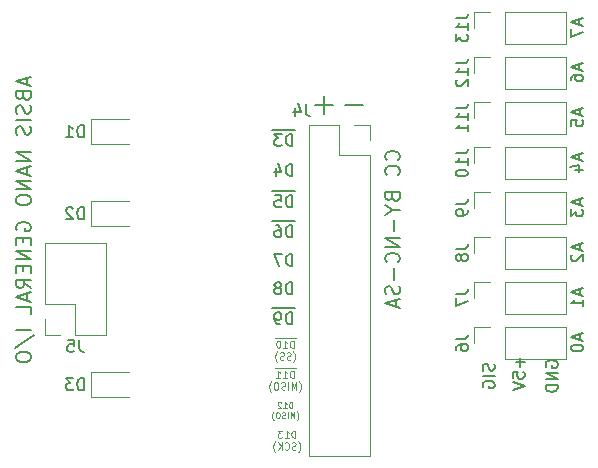
<source format=gbo>
G04 #@! TF.GenerationSoftware,KiCad,Pcbnew,(5.0.0)*
G04 #@! TF.CreationDate,2018-10-06T14:04:22-07:00*
G04 #@! TF.ProjectId,NANO IO,4E414E4F20494F2E6B696361645F7063,-*
G04 #@! TF.SameCoordinates,Original*
G04 #@! TF.FileFunction,Legend,Bot*
G04 #@! TF.FilePolarity,Positive*
%FSLAX46Y46*%
G04 Gerber Fmt 4.6, Leading zero omitted, Abs format (unit mm)*
G04 Created by KiCad (PCBNEW (5.0.0)) date 10/06/18 14:04:22*
%MOMM*%
%LPD*%
G01*
G04 APERTURE LIST*
%ADD10C,0.100000*%
%ADD11C,0.200000*%
%ADD12C,0.150000*%
%ADD13C,0.120000*%
G04 APERTURE END LIST*
D10*
X151239428Y-102443000D02*
X150639428Y-102443000D01*
X151096571Y-103276428D02*
X151096571Y-102676428D01*
X150953714Y-102676428D01*
X150868000Y-102705000D01*
X150810857Y-102762142D01*
X150782285Y-102819285D01*
X150753714Y-102933571D01*
X150753714Y-103019285D01*
X150782285Y-103133571D01*
X150810857Y-103190714D01*
X150868000Y-103247857D01*
X150953714Y-103276428D01*
X151096571Y-103276428D01*
X150639428Y-102443000D02*
X150068000Y-102443000D01*
X150182285Y-103276428D02*
X150525142Y-103276428D01*
X150353714Y-103276428D02*
X150353714Y-102676428D01*
X150410857Y-102762142D01*
X150468000Y-102819285D01*
X150525142Y-102847857D01*
X150068000Y-102443000D02*
X149496571Y-102443000D01*
X149610857Y-103276428D02*
X149953714Y-103276428D01*
X149782285Y-103276428D02*
X149782285Y-102676428D01*
X149839428Y-102762142D01*
X149896571Y-102819285D01*
X149953714Y-102847857D01*
X151539428Y-104505000D02*
X151568000Y-104476428D01*
X151625142Y-104390714D01*
X151653714Y-104333571D01*
X151682285Y-104247857D01*
X151710857Y-104105000D01*
X151710857Y-103990714D01*
X151682285Y-103847857D01*
X151653714Y-103762142D01*
X151625142Y-103705000D01*
X151568000Y-103619285D01*
X151539428Y-103590714D01*
X151310857Y-104276428D02*
X151310857Y-103676428D01*
X151110857Y-104105000D01*
X150910857Y-103676428D01*
X150910857Y-104276428D01*
X150625142Y-104276428D02*
X150625142Y-103676428D01*
X150368000Y-104247857D02*
X150282285Y-104276428D01*
X150139428Y-104276428D01*
X150082285Y-104247857D01*
X150053714Y-104219285D01*
X150025142Y-104162142D01*
X150025142Y-104105000D01*
X150053714Y-104047857D01*
X150082285Y-104019285D01*
X150139428Y-103990714D01*
X150253714Y-103962142D01*
X150310857Y-103933571D01*
X150339428Y-103905000D01*
X150368000Y-103847857D01*
X150368000Y-103790714D01*
X150339428Y-103733571D01*
X150310857Y-103705000D01*
X150253714Y-103676428D01*
X150110857Y-103676428D01*
X150025142Y-103705000D01*
X149653714Y-103676428D02*
X149539428Y-103676428D01*
X149482285Y-103705000D01*
X149425142Y-103762142D01*
X149396571Y-103876428D01*
X149396571Y-104076428D01*
X149425142Y-104190714D01*
X149482285Y-104247857D01*
X149539428Y-104276428D01*
X149653714Y-104276428D01*
X149710857Y-104247857D01*
X149768000Y-104190714D01*
X149796571Y-104076428D01*
X149796571Y-103876428D01*
X149768000Y-103762142D01*
X149710857Y-103705000D01*
X149653714Y-103676428D01*
X149196571Y-104505000D02*
X149168000Y-104476428D01*
X149110857Y-104390714D01*
X149082285Y-104333571D01*
X149053714Y-104247857D01*
X149025142Y-104105000D01*
X149025142Y-103990714D01*
X149053714Y-103847857D01*
X149082285Y-103762142D01*
X149110857Y-103705000D01*
X149168000Y-103619285D01*
X149196571Y-103590714D01*
D11*
X159958428Y-84844666D02*
X160017952Y-84785142D01*
X160077476Y-84606571D01*
X160077476Y-84487523D01*
X160017952Y-84308952D01*
X159898904Y-84189904D01*
X159779857Y-84130380D01*
X159541761Y-84070857D01*
X159363190Y-84070857D01*
X159125095Y-84130380D01*
X159006047Y-84189904D01*
X158887000Y-84308952D01*
X158827476Y-84487523D01*
X158827476Y-84606571D01*
X158887000Y-84785142D01*
X158946523Y-84844666D01*
X159958428Y-86094666D02*
X160017952Y-86035142D01*
X160077476Y-85856571D01*
X160077476Y-85737523D01*
X160017952Y-85558952D01*
X159898904Y-85439904D01*
X159779857Y-85380380D01*
X159541761Y-85320857D01*
X159363190Y-85320857D01*
X159125095Y-85380380D01*
X159006047Y-85439904D01*
X158887000Y-85558952D01*
X158827476Y-85737523D01*
X158827476Y-85856571D01*
X158887000Y-86035142D01*
X158946523Y-86094666D01*
X159422714Y-87999428D02*
X159482238Y-88178000D01*
X159541761Y-88237523D01*
X159660809Y-88297047D01*
X159839380Y-88297047D01*
X159958428Y-88237523D01*
X160017952Y-88178000D01*
X160077476Y-88058952D01*
X160077476Y-87582761D01*
X158827476Y-87582761D01*
X158827476Y-87999428D01*
X158887000Y-88118476D01*
X158946523Y-88178000D01*
X159065571Y-88237523D01*
X159184619Y-88237523D01*
X159303666Y-88178000D01*
X159363190Y-88118476D01*
X159422714Y-87999428D01*
X159422714Y-87582761D01*
X159482238Y-89070857D02*
X160077476Y-89070857D01*
X158827476Y-88654190D02*
X159482238Y-89070857D01*
X158827476Y-89487523D01*
X159601285Y-89904190D02*
X159601285Y-90856571D01*
X160077476Y-91451809D02*
X158827476Y-91451809D01*
X160077476Y-92166095D01*
X158827476Y-92166095D01*
X159958428Y-93475619D02*
X160017952Y-93416095D01*
X160077476Y-93237523D01*
X160077476Y-93118476D01*
X160017952Y-92939904D01*
X159898904Y-92820857D01*
X159779857Y-92761333D01*
X159541761Y-92701809D01*
X159363190Y-92701809D01*
X159125095Y-92761333D01*
X159006047Y-92820857D01*
X158887000Y-92939904D01*
X158827476Y-93118476D01*
X158827476Y-93237523D01*
X158887000Y-93416095D01*
X158946523Y-93475619D01*
X159601285Y-94011333D02*
X159601285Y-94963714D01*
X160017952Y-95499428D02*
X160077476Y-95678000D01*
X160077476Y-95975619D01*
X160017952Y-96094666D01*
X159958428Y-96154190D01*
X159839380Y-96213714D01*
X159720333Y-96213714D01*
X159601285Y-96154190D01*
X159541761Y-96094666D01*
X159482238Y-95975619D01*
X159422714Y-95737523D01*
X159363190Y-95618476D01*
X159303666Y-95558952D01*
X159184619Y-95499428D01*
X159065571Y-95499428D01*
X158946523Y-95558952D01*
X158887000Y-95618476D01*
X158827476Y-95737523D01*
X158827476Y-96035142D01*
X158887000Y-96213714D01*
X159720333Y-96689904D02*
X159720333Y-97285142D01*
X160077476Y-96570857D02*
X158827476Y-96987523D01*
X160077476Y-97404190D01*
X128478333Y-77892190D02*
X128478333Y-78487428D01*
X128835476Y-77773142D02*
X127585476Y-78189809D01*
X128835476Y-78606476D01*
X128180714Y-79439809D02*
X128240238Y-79618380D01*
X128299761Y-79677904D01*
X128418809Y-79737428D01*
X128597380Y-79737428D01*
X128716428Y-79677904D01*
X128775952Y-79618380D01*
X128835476Y-79499333D01*
X128835476Y-79023142D01*
X127585476Y-79023142D01*
X127585476Y-79439809D01*
X127645000Y-79558857D01*
X127704523Y-79618380D01*
X127823571Y-79677904D01*
X127942619Y-79677904D01*
X128061666Y-79618380D01*
X128121190Y-79558857D01*
X128180714Y-79439809D01*
X128180714Y-79023142D01*
X128775952Y-80213619D02*
X128835476Y-80392190D01*
X128835476Y-80689809D01*
X128775952Y-80808857D01*
X128716428Y-80868380D01*
X128597380Y-80927904D01*
X128478333Y-80927904D01*
X128359285Y-80868380D01*
X128299761Y-80808857D01*
X128240238Y-80689809D01*
X128180714Y-80451714D01*
X128121190Y-80332666D01*
X128061666Y-80273142D01*
X127942619Y-80213619D01*
X127823571Y-80213619D01*
X127704523Y-80273142D01*
X127645000Y-80332666D01*
X127585476Y-80451714D01*
X127585476Y-80749333D01*
X127645000Y-80927904D01*
X128835476Y-81463619D02*
X127585476Y-81463619D01*
X128775952Y-81999333D02*
X128835476Y-82177904D01*
X128835476Y-82475523D01*
X128775952Y-82594571D01*
X128716428Y-82654095D01*
X128597380Y-82713619D01*
X128478333Y-82713619D01*
X128359285Y-82654095D01*
X128299761Y-82594571D01*
X128240238Y-82475523D01*
X128180714Y-82237428D01*
X128121190Y-82118380D01*
X128061666Y-82058857D01*
X127942619Y-81999333D01*
X127823571Y-81999333D01*
X127704523Y-82058857D01*
X127645000Y-82118380D01*
X127585476Y-82237428D01*
X127585476Y-82535047D01*
X127645000Y-82713619D01*
X128835476Y-84201714D02*
X127585476Y-84201714D01*
X128835476Y-84916000D01*
X127585476Y-84916000D01*
X128478333Y-85451714D02*
X128478333Y-86046952D01*
X128835476Y-85332666D02*
X127585476Y-85749333D01*
X128835476Y-86166000D01*
X128835476Y-86582666D02*
X127585476Y-86582666D01*
X128835476Y-87296952D01*
X127585476Y-87296952D01*
X127585476Y-88130285D02*
X127585476Y-88368380D01*
X127645000Y-88487428D01*
X127764047Y-88606476D01*
X128002142Y-88666000D01*
X128418809Y-88666000D01*
X128656904Y-88606476D01*
X128775952Y-88487428D01*
X128835476Y-88368380D01*
X128835476Y-88130285D01*
X128775952Y-88011238D01*
X128656904Y-87892190D01*
X128418809Y-87832666D01*
X128002142Y-87832666D01*
X127764047Y-87892190D01*
X127645000Y-88011238D01*
X127585476Y-88130285D01*
X127645000Y-90808857D02*
X127585476Y-90689809D01*
X127585476Y-90511238D01*
X127645000Y-90332666D01*
X127764047Y-90213619D01*
X127883095Y-90154095D01*
X128121190Y-90094571D01*
X128299761Y-90094571D01*
X128537857Y-90154095D01*
X128656904Y-90213619D01*
X128775952Y-90332666D01*
X128835476Y-90511238D01*
X128835476Y-90630285D01*
X128775952Y-90808857D01*
X128716428Y-90868380D01*
X128299761Y-90868380D01*
X128299761Y-90630285D01*
X128180714Y-91404095D02*
X128180714Y-91820761D01*
X128835476Y-91999333D02*
X128835476Y-91404095D01*
X127585476Y-91404095D01*
X127585476Y-91999333D01*
X128835476Y-92535047D02*
X127585476Y-92535047D01*
X128835476Y-93249333D01*
X127585476Y-93249333D01*
X128180714Y-93844571D02*
X128180714Y-94261238D01*
X128835476Y-94439809D02*
X128835476Y-93844571D01*
X127585476Y-93844571D01*
X127585476Y-94439809D01*
X128835476Y-95689809D02*
X128240238Y-95273142D01*
X128835476Y-94975523D02*
X127585476Y-94975523D01*
X127585476Y-95451714D01*
X127645000Y-95570761D01*
X127704523Y-95630285D01*
X127823571Y-95689809D01*
X128002142Y-95689809D01*
X128121190Y-95630285D01*
X128180714Y-95570761D01*
X128240238Y-95451714D01*
X128240238Y-94975523D01*
X128478333Y-96165999D02*
X128478333Y-96761238D01*
X128835476Y-96046952D02*
X127585476Y-96463619D01*
X128835476Y-96880285D01*
X128835476Y-97892190D02*
X128835476Y-97296952D01*
X127585476Y-97296952D01*
X128835476Y-99261238D02*
X127585476Y-99261238D01*
X127525952Y-100749333D02*
X129133095Y-99677904D01*
X127585476Y-101404095D02*
X127585476Y-101642190D01*
X127645000Y-101761238D01*
X127764047Y-101880285D01*
X128002142Y-101939809D01*
X128418809Y-101939809D01*
X128656904Y-101880285D01*
X128775952Y-101761238D01*
X128835476Y-101642190D01*
X128835476Y-101404095D01*
X128775952Y-101285047D01*
X128656904Y-101165999D01*
X128418809Y-101106476D01*
X128002142Y-101106476D01*
X127764047Y-101165999D01*
X127645000Y-101285047D01*
X127585476Y-101404095D01*
D12*
X156971904Y-80152857D02*
X155448095Y-80152857D01*
X154431904Y-80152857D02*
X152908095Y-80152857D01*
X153670000Y-80914761D02*
X153670000Y-79390952D01*
X151217190Y-82270000D02*
X150217190Y-82270000D01*
X150979095Y-83637380D02*
X150979095Y-82637380D01*
X150741000Y-82637380D01*
X150598142Y-82685000D01*
X150502904Y-82780238D01*
X150455285Y-82875476D01*
X150407666Y-83065952D01*
X150407666Y-83208809D01*
X150455285Y-83399285D01*
X150502904Y-83494523D01*
X150598142Y-83589761D01*
X150741000Y-83637380D01*
X150979095Y-83637380D01*
X150217190Y-82270000D02*
X149264809Y-82270000D01*
X150074333Y-82637380D02*
X149455285Y-82637380D01*
X149788619Y-83018333D01*
X149645761Y-83018333D01*
X149550523Y-83065952D01*
X149502904Y-83113571D01*
X149455285Y-83208809D01*
X149455285Y-83446904D01*
X149502904Y-83542142D01*
X149550523Y-83589761D01*
X149645761Y-83637380D01*
X149931476Y-83637380D01*
X150026714Y-83589761D01*
X150074333Y-83542142D01*
X150979095Y-86177380D02*
X150979095Y-85177380D01*
X150741000Y-85177380D01*
X150598142Y-85225000D01*
X150502904Y-85320238D01*
X150455285Y-85415476D01*
X150407666Y-85605952D01*
X150407666Y-85748809D01*
X150455285Y-85939285D01*
X150502904Y-86034523D01*
X150598142Y-86129761D01*
X150741000Y-86177380D01*
X150979095Y-86177380D01*
X149550523Y-85510714D02*
X149550523Y-86177380D01*
X149788619Y-85129761D02*
X150026714Y-85844047D01*
X149407666Y-85844047D01*
X151217190Y-87477000D02*
X150217190Y-87477000D01*
X150979095Y-88844380D02*
X150979095Y-87844380D01*
X150741000Y-87844380D01*
X150598142Y-87892000D01*
X150502904Y-87987238D01*
X150455285Y-88082476D01*
X150407666Y-88272952D01*
X150407666Y-88415809D01*
X150455285Y-88606285D01*
X150502904Y-88701523D01*
X150598142Y-88796761D01*
X150741000Y-88844380D01*
X150979095Y-88844380D01*
X150217190Y-87477000D02*
X149264809Y-87477000D01*
X149502904Y-87844380D02*
X149979095Y-87844380D01*
X150026714Y-88320571D01*
X149979095Y-88272952D01*
X149883857Y-88225333D01*
X149645761Y-88225333D01*
X149550523Y-88272952D01*
X149502904Y-88320571D01*
X149455285Y-88415809D01*
X149455285Y-88653904D01*
X149502904Y-88749142D01*
X149550523Y-88796761D01*
X149645761Y-88844380D01*
X149883857Y-88844380D01*
X149979095Y-88796761D01*
X150026714Y-88749142D01*
X151217190Y-90017000D02*
X150217190Y-90017000D01*
X150979095Y-91384380D02*
X150979095Y-90384380D01*
X150741000Y-90384380D01*
X150598142Y-90432000D01*
X150502904Y-90527238D01*
X150455285Y-90622476D01*
X150407666Y-90812952D01*
X150407666Y-90955809D01*
X150455285Y-91146285D01*
X150502904Y-91241523D01*
X150598142Y-91336761D01*
X150741000Y-91384380D01*
X150979095Y-91384380D01*
X150217190Y-90017000D02*
X149264809Y-90017000D01*
X149550523Y-90384380D02*
X149741000Y-90384380D01*
X149836238Y-90432000D01*
X149883857Y-90479619D01*
X149979095Y-90622476D01*
X150026714Y-90812952D01*
X150026714Y-91193904D01*
X149979095Y-91289142D01*
X149931476Y-91336761D01*
X149836238Y-91384380D01*
X149645761Y-91384380D01*
X149550523Y-91336761D01*
X149502904Y-91289142D01*
X149455285Y-91193904D01*
X149455285Y-90955809D01*
X149502904Y-90860571D01*
X149550523Y-90812952D01*
X149645761Y-90765333D01*
X149836238Y-90765333D01*
X149931476Y-90812952D01*
X149979095Y-90860571D01*
X150026714Y-90955809D01*
X150979095Y-93797380D02*
X150979095Y-92797380D01*
X150741000Y-92797380D01*
X150598142Y-92845000D01*
X150502904Y-92940238D01*
X150455285Y-93035476D01*
X150407666Y-93225952D01*
X150407666Y-93368809D01*
X150455285Y-93559285D01*
X150502904Y-93654523D01*
X150598142Y-93749761D01*
X150741000Y-93797380D01*
X150979095Y-93797380D01*
X150074333Y-92797380D02*
X149407666Y-92797380D01*
X149836238Y-93797380D01*
X150979095Y-96210380D02*
X150979095Y-95210380D01*
X150741000Y-95210380D01*
X150598142Y-95258000D01*
X150502904Y-95353238D01*
X150455285Y-95448476D01*
X150407666Y-95638952D01*
X150407666Y-95781809D01*
X150455285Y-95972285D01*
X150502904Y-96067523D01*
X150598142Y-96162761D01*
X150741000Y-96210380D01*
X150979095Y-96210380D01*
X149836238Y-95638952D02*
X149931476Y-95591333D01*
X149979095Y-95543714D01*
X150026714Y-95448476D01*
X150026714Y-95400857D01*
X149979095Y-95305619D01*
X149931476Y-95258000D01*
X149836238Y-95210380D01*
X149645761Y-95210380D01*
X149550523Y-95258000D01*
X149502904Y-95305619D01*
X149455285Y-95400857D01*
X149455285Y-95448476D01*
X149502904Y-95543714D01*
X149550523Y-95591333D01*
X149645761Y-95638952D01*
X149836238Y-95638952D01*
X149931476Y-95686571D01*
X149979095Y-95734190D01*
X150026714Y-95829428D01*
X150026714Y-96019904D01*
X149979095Y-96115142D01*
X149931476Y-96162761D01*
X149836238Y-96210380D01*
X149645761Y-96210380D01*
X149550523Y-96162761D01*
X149502904Y-96115142D01*
X149455285Y-96019904D01*
X149455285Y-95829428D01*
X149502904Y-95734190D01*
X149550523Y-95686571D01*
X149645761Y-95638952D01*
X151217190Y-97383000D02*
X150217190Y-97383000D01*
X150979095Y-98750380D02*
X150979095Y-97750380D01*
X150741000Y-97750380D01*
X150598142Y-97798000D01*
X150502904Y-97893238D01*
X150455285Y-97988476D01*
X150407666Y-98178952D01*
X150407666Y-98321809D01*
X150455285Y-98512285D01*
X150502904Y-98607523D01*
X150598142Y-98702761D01*
X150741000Y-98750380D01*
X150979095Y-98750380D01*
X150217190Y-97383000D02*
X149264809Y-97383000D01*
X149931476Y-98750380D02*
X149741000Y-98750380D01*
X149645761Y-98702761D01*
X149598142Y-98655142D01*
X149502904Y-98512285D01*
X149455285Y-98321809D01*
X149455285Y-97940857D01*
X149502904Y-97845619D01*
X149550523Y-97798000D01*
X149645761Y-97750380D01*
X149836238Y-97750380D01*
X149931476Y-97798000D01*
X149979095Y-97845619D01*
X150026714Y-97940857D01*
X150026714Y-98178952D01*
X149979095Y-98274190D01*
X149931476Y-98321809D01*
X149836238Y-98369428D01*
X149645761Y-98369428D01*
X149550523Y-98321809D01*
X149502904Y-98274190D01*
X149455285Y-98178952D01*
D10*
X151239428Y-99903000D02*
X150639428Y-99903000D01*
X151096571Y-100736428D02*
X151096571Y-100136428D01*
X150953714Y-100136428D01*
X150868000Y-100165000D01*
X150810857Y-100222142D01*
X150782285Y-100279285D01*
X150753714Y-100393571D01*
X150753714Y-100479285D01*
X150782285Y-100593571D01*
X150810857Y-100650714D01*
X150868000Y-100707857D01*
X150953714Y-100736428D01*
X151096571Y-100736428D01*
X150639428Y-99903000D02*
X150068000Y-99903000D01*
X150182285Y-100736428D02*
X150525142Y-100736428D01*
X150353714Y-100736428D02*
X150353714Y-100136428D01*
X150410857Y-100222142D01*
X150468000Y-100279285D01*
X150525142Y-100307857D01*
X150068000Y-99903000D02*
X149496571Y-99903000D01*
X149810857Y-100136428D02*
X149753714Y-100136428D01*
X149696571Y-100165000D01*
X149668000Y-100193571D01*
X149639428Y-100250714D01*
X149610857Y-100365000D01*
X149610857Y-100507857D01*
X149639428Y-100622142D01*
X149668000Y-100679285D01*
X149696571Y-100707857D01*
X149753714Y-100736428D01*
X149810857Y-100736428D01*
X149868000Y-100707857D01*
X149896571Y-100679285D01*
X149925142Y-100622142D01*
X149953714Y-100507857D01*
X149953714Y-100365000D01*
X149925142Y-100250714D01*
X149896571Y-100193571D01*
X149868000Y-100165000D01*
X149810857Y-100136428D01*
X151025142Y-101965000D02*
X151053714Y-101936428D01*
X151110857Y-101850714D01*
X151139428Y-101793571D01*
X151168000Y-101707857D01*
X151196571Y-101565000D01*
X151196571Y-101450714D01*
X151168000Y-101307857D01*
X151139428Y-101222142D01*
X151110857Y-101165000D01*
X151053714Y-101079285D01*
X151025142Y-101050714D01*
X150825142Y-101707857D02*
X150739428Y-101736428D01*
X150596571Y-101736428D01*
X150539428Y-101707857D01*
X150510857Y-101679285D01*
X150482285Y-101622142D01*
X150482285Y-101565000D01*
X150510857Y-101507857D01*
X150539428Y-101479285D01*
X150596571Y-101450714D01*
X150710857Y-101422142D01*
X150768000Y-101393571D01*
X150796571Y-101365000D01*
X150825142Y-101307857D01*
X150825142Y-101250714D01*
X150796571Y-101193571D01*
X150768000Y-101165000D01*
X150710857Y-101136428D01*
X150568000Y-101136428D01*
X150482285Y-101165000D01*
X150253714Y-101707857D02*
X150168000Y-101736428D01*
X150025142Y-101736428D01*
X149968000Y-101707857D01*
X149939428Y-101679285D01*
X149910857Y-101622142D01*
X149910857Y-101565000D01*
X149939428Y-101507857D01*
X149968000Y-101479285D01*
X150025142Y-101450714D01*
X150139428Y-101422142D01*
X150196571Y-101393571D01*
X150225142Y-101365000D01*
X150253714Y-101307857D01*
X150253714Y-101250714D01*
X150225142Y-101193571D01*
X150196571Y-101165000D01*
X150139428Y-101136428D01*
X149996571Y-101136428D01*
X149910857Y-101165000D01*
X149710857Y-101965000D02*
X149682285Y-101936428D01*
X149625142Y-101850714D01*
X149596571Y-101793571D01*
X149568000Y-101707857D01*
X149539428Y-101565000D01*
X149539428Y-101450714D01*
X149568000Y-101307857D01*
X149596571Y-101222142D01*
X149625142Y-101165000D01*
X149682285Y-101079285D01*
X149710857Y-101050714D01*
X150975142Y-105846190D02*
X150975142Y-105346190D01*
X150856095Y-105346190D01*
X150784666Y-105370000D01*
X150737047Y-105417619D01*
X150713238Y-105465238D01*
X150689428Y-105560476D01*
X150689428Y-105631904D01*
X150713238Y-105727142D01*
X150737047Y-105774761D01*
X150784666Y-105822380D01*
X150856095Y-105846190D01*
X150975142Y-105846190D01*
X150213238Y-105846190D02*
X150498952Y-105846190D01*
X150356095Y-105846190D02*
X150356095Y-105346190D01*
X150403714Y-105417619D01*
X150451333Y-105465238D01*
X150498952Y-105489047D01*
X150022761Y-105393809D02*
X149998952Y-105370000D01*
X149951333Y-105346190D01*
X149832285Y-105346190D01*
X149784666Y-105370000D01*
X149760857Y-105393809D01*
X149737047Y-105441428D01*
X149737047Y-105489047D01*
X149760857Y-105560476D01*
X150046571Y-105846190D01*
X149737047Y-105846190D01*
X151344190Y-106886666D02*
X151368000Y-106862857D01*
X151415619Y-106791428D01*
X151439428Y-106743809D01*
X151463238Y-106672380D01*
X151487047Y-106553333D01*
X151487047Y-106458095D01*
X151463238Y-106339047D01*
X151439428Y-106267619D01*
X151415619Y-106220000D01*
X151368000Y-106148571D01*
X151344190Y-106124761D01*
X151153714Y-106696190D02*
X151153714Y-106196190D01*
X150987047Y-106553333D01*
X150820380Y-106196190D01*
X150820380Y-106696190D01*
X150582285Y-106696190D02*
X150582285Y-106196190D01*
X150368000Y-106672380D02*
X150296571Y-106696190D01*
X150177523Y-106696190D01*
X150129904Y-106672380D01*
X150106095Y-106648571D01*
X150082285Y-106600952D01*
X150082285Y-106553333D01*
X150106095Y-106505714D01*
X150129904Y-106481904D01*
X150177523Y-106458095D01*
X150272761Y-106434285D01*
X150320380Y-106410476D01*
X150344190Y-106386666D01*
X150368000Y-106339047D01*
X150368000Y-106291428D01*
X150344190Y-106243809D01*
X150320380Y-106220000D01*
X150272761Y-106196190D01*
X150153714Y-106196190D01*
X150082285Y-106220000D01*
X149772761Y-106196190D02*
X149677523Y-106196190D01*
X149629904Y-106220000D01*
X149582285Y-106267619D01*
X149558476Y-106362857D01*
X149558476Y-106529523D01*
X149582285Y-106624761D01*
X149629904Y-106672380D01*
X149677523Y-106696190D01*
X149772761Y-106696190D01*
X149820380Y-106672380D01*
X149868000Y-106624761D01*
X149891809Y-106529523D01*
X149891809Y-106362857D01*
X149868000Y-106267619D01*
X149820380Y-106220000D01*
X149772761Y-106196190D01*
X149391809Y-106886666D02*
X149368000Y-106862857D01*
X149320380Y-106791428D01*
X149296571Y-106743809D01*
X149272761Y-106672380D01*
X149248952Y-106553333D01*
X149248952Y-106458095D01*
X149272761Y-106339047D01*
X149296571Y-106267619D01*
X149320380Y-106220000D01*
X149368000Y-106148571D01*
X149391809Y-106124761D01*
X151223571Y-108356428D02*
X151223571Y-107756428D01*
X151080714Y-107756428D01*
X150995000Y-107785000D01*
X150937857Y-107842142D01*
X150909285Y-107899285D01*
X150880714Y-108013571D01*
X150880714Y-108099285D01*
X150909285Y-108213571D01*
X150937857Y-108270714D01*
X150995000Y-108327857D01*
X151080714Y-108356428D01*
X151223571Y-108356428D01*
X150309285Y-108356428D02*
X150652142Y-108356428D01*
X150480714Y-108356428D02*
X150480714Y-107756428D01*
X150537857Y-107842142D01*
X150595000Y-107899285D01*
X150652142Y-107927857D01*
X150109285Y-107756428D02*
X149737857Y-107756428D01*
X149937857Y-107985000D01*
X149852142Y-107985000D01*
X149795000Y-108013571D01*
X149766428Y-108042142D01*
X149737857Y-108099285D01*
X149737857Y-108242142D01*
X149766428Y-108299285D01*
X149795000Y-108327857D01*
X149852142Y-108356428D01*
X150023571Y-108356428D01*
X150080714Y-108327857D01*
X150109285Y-108299285D01*
X151466428Y-109585000D02*
X151495000Y-109556428D01*
X151552142Y-109470714D01*
X151580714Y-109413571D01*
X151609285Y-109327857D01*
X151637857Y-109185000D01*
X151637857Y-109070714D01*
X151609285Y-108927857D01*
X151580714Y-108842142D01*
X151552142Y-108785000D01*
X151495000Y-108699285D01*
X151466428Y-108670714D01*
X151266428Y-109327857D02*
X151180714Y-109356428D01*
X151037857Y-109356428D01*
X150980714Y-109327857D01*
X150952142Y-109299285D01*
X150923571Y-109242142D01*
X150923571Y-109185000D01*
X150952142Y-109127857D01*
X150980714Y-109099285D01*
X151037857Y-109070714D01*
X151152142Y-109042142D01*
X151209285Y-109013571D01*
X151237857Y-108985000D01*
X151266428Y-108927857D01*
X151266428Y-108870714D01*
X151237857Y-108813571D01*
X151209285Y-108785000D01*
X151152142Y-108756428D01*
X151009285Y-108756428D01*
X150923571Y-108785000D01*
X150323571Y-109299285D02*
X150352142Y-109327857D01*
X150437857Y-109356428D01*
X150495000Y-109356428D01*
X150580714Y-109327857D01*
X150637857Y-109270714D01*
X150666428Y-109213571D01*
X150695000Y-109099285D01*
X150695000Y-109013571D01*
X150666428Y-108899285D01*
X150637857Y-108842142D01*
X150580714Y-108785000D01*
X150495000Y-108756428D01*
X150437857Y-108756428D01*
X150352142Y-108785000D01*
X150323571Y-108813571D01*
X150066428Y-109356428D02*
X150066428Y-108756428D01*
X149723571Y-109356428D02*
X149980714Y-109013571D01*
X149723571Y-108756428D02*
X150066428Y-109099285D01*
X149523571Y-109585000D02*
X149495000Y-109556428D01*
X149437857Y-109470714D01*
X149409285Y-109413571D01*
X149380714Y-109327857D01*
X149352142Y-109185000D01*
X149352142Y-109070714D01*
X149380714Y-108927857D01*
X149409285Y-108842142D01*
X149437857Y-108785000D01*
X149495000Y-108699285D01*
X149523571Y-108670714D01*
D12*
X170251428Y-101584285D02*
X170251428Y-102346190D01*
X170632380Y-101965238D02*
X169870476Y-101965238D01*
X169632380Y-103298571D02*
X169632380Y-102822380D01*
X170108571Y-102774761D01*
X170060952Y-102822380D01*
X170013333Y-102917619D01*
X170013333Y-103155714D01*
X170060952Y-103250952D01*
X170108571Y-103298571D01*
X170203809Y-103346190D01*
X170441904Y-103346190D01*
X170537142Y-103298571D01*
X170584761Y-103250952D01*
X170632380Y-103155714D01*
X170632380Y-102917619D01*
X170584761Y-102822380D01*
X170537142Y-102774761D01*
X169632380Y-103631904D02*
X170632380Y-103965238D01*
X169632380Y-104298571D01*
X172474000Y-102362095D02*
X172426380Y-102266857D01*
X172426380Y-102124000D01*
X172474000Y-101981142D01*
X172569238Y-101885904D01*
X172664476Y-101838285D01*
X172854952Y-101790666D01*
X172997809Y-101790666D01*
X173188285Y-101838285D01*
X173283523Y-101885904D01*
X173378761Y-101981142D01*
X173426380Y-102124000D01*
X173426380Y-102219238D01*
X173378761Y-102362095D01*
X173331142Y-102409714D01*
X172997809Y-102409714D01*
X172997809Y-102219238D01*
X173426380Y-102838285D02*
X172426380Y-102838285D01*
X173426380Y-103409714D01*
X172426380Y-103409714D01*
X173426380Y-103885904D02*
X172426380Y-103885904D01*
X172426380Y-104124000D01*
X172474000Y-104266857D01*
X172569238Y-104362095D01*
X172664476Y-104409714D01*
X172854952Y-104457333D01*
X172997809Y-104457333D01*
X173188285Y-104409714D01*
X173283523Y-104362095D01*
X173378761Y-104266857D01*
X173426380Y-104124000D01*
X173426380Y-103885904D01*
X168044761Y-102100190D02*
X168092380Y-102243047D01*
X168092380Y-102481142D01*
X168044761Y-102576380D01*
X167997142Y-102624000D01*
X167901904Y-102671619D01*
X167806666Y-102671619D01*
X167711428Y-102624000D01*
X167663809Y-102576380D01*
X167616190Y-102481142D01*
X167568571Y-102290666D01*
X167520952Y-102195428D01*
X167473333Y-102147809D01*
X167378095Y-102100190D01*
X167282857Y-102100190D01*
X167187619Y-102147809D01*
X167140000Y-102195428D01*
X167092380Y-102290666D01*
X167092380Y-102528761D01*
X167140000Y-102671619D01*
X168092380Y-103100190D02*
X167092380Y-103100190D01*
X167140000Y-104100190D02*
X167092380Y-104004952D01*
X167092380Y-103862095D01*
X167140000Y-103719238D01*
X167235238Y-103624000D01*
X167330476Y-103576380D01*
X167520952Y-103528761D01*
X167663809Y-103528761D01*
X167854285Y-103576380D01*
X167949523Y-103624000D01*
X168044761Y-103719238D01*
X168092380Y-103862095D01*
X168092380Y-103957333D01*
X168044761Y-104100190D01*
X167997142Y-104147809D01*
X167663809Y-104147809D01*
X167663809Y-103957333D01*
D13*
G04 #@! TO.C,D1*
X133900000Y-83520000D02*
X133900000Y-81400000D01*
X137100000Y-83520000D02*
X133900000Y-83520000D01*
X133900000Y-81400000D02*
X137100000Y-81400000D01*
G04 #@! TO.C,D2*
X133900000Y-90420000D02*
X133900000Y-88300000D01*
X137100000Y-90420000D02*
X133900000Y-90420000D01*
X133900000Y-88300000D02*
X137100000Y-88300000D01*
G04 #@! TO.C,D3*
X133900000Y-104920000D02*
X133900000Y-102800000D01*
X137100000Y-104920000D02*
X133900000Y-104920000D01*
X133900000Y-102800000D02*
X137100000Y-102800000D01*
G04 #@! TO.C,J4*
X157540000Y-109915000D02*
X152340000Y-109915000D01*
X157540000Y-84455000D02*
X157540000Y-109915000D01*
X152340000Y-81855000D02*
X152340000Y-109915000D01*
X157540000Y-84455000D02*
X154940000Y-84455000D01*
X154940000Y-84455000D02*
X154940000Y-81855000D01*
X154940000Y-81855000D02*
X152340000Y-81855000D01*
X157540000Y-83185000D02*
X157540000Y-81855000D01*
X157540000Y-81855000D02*
X156210000Y-81855000D01*
G04 #@! TO.C,J6*
X174130000Y-98999996D02*
X174130000Y-101659996D01*
X168990000Y-98999996D02*
X174130000Y-98999996D01*
X168990000Y-101659996D02*
X174130000Y-101659996D01*
X168990000Y-98999996D02*
X168990000Y-101659996D01*
X167720000Y-98999996D02*
X166390000Y-98999996D01*
X166390000Y-98999996D02*
X166390000Y-100329996D01*
G04 #@! TO.C,J7*
X174130000Y-95188568D02*
X174130000Y-97848568D01*
X168990000Y-95188568D02*
X174130000Y-95188568D01*
X168990000Y-97848568D02*
X174130000Y-97848568D01*
X168990000Y-95188568D02*
X168990000Y-97848568D01*
X167720000Y-95188568D02*
X166390000Y-95188568D01*
X166390000Y-95188568D02*
X166390000Y-96518568D01*
G04 #@! TO.C,J8*
X174130000Y-91377140D02*
X174130000Y-94037140D01*
X168990000Y-91377140D02*
X174130000Y-91377140D01*
X168990000Y-94037140D02*
X174130000Y-94037140D01*
X168990000Y-91377140D02*
X168990000Y-94037140D01*
X167720000Y-91377140D02*
X166390000Y-91377140D01*
X166390000Y-91377140D02*
X166390000Y-92707140D01*
G04 #@! TO.C,J9*
X174130000Y-87565712D02*
X174130000Y-90225712D01*
X168990000Y-87565712D02*
X174130000Y-87565712D01*
X168990000Y-90225712D02*
X174130000Y-90225712D01*
X168990000Y-87565712D02*
X168990000Y-90225712D01*
X167720000Y-87565712D02*
X166390000Y-87565712D01*
X166390000Y-87565712D02*
X166390000Y-88895712D01*
G04 #@! TO.C,J10*
X174110000Y-83754284D02*
X174110000Y-86414284D01*
X168970000Y-83754284D02*
X174110000Y-83754284D01*
X168970000Y-86414284D02*
X174110000Y-86414284D01*
X168970000Y-83754284D02*
X168970000Y-86414284D01*
X167700000Y-83754284D02*
X166370000Y-83754284D01*
X166370000Y-83754284D02*
X166370000Y-85084284D01*
G04 #@! TO.C,J11*
X174130000Y-79942856D02*
X174130000Y-82602856D01*
X168990000Y-79942856D02*
X174130000Y-79942856D01*
X168990000Y-82602856D02*
X174130000Y-82602856D01*
X168990000Y-79942856D02*
X168990000Y-82602856D01*
X167720000Y-79942856D02*
X166390000Y-79942856D01*
X166390000Y-79942856D02*
X166390000Y-81272856D01*
G04 #@! TO.C,J12*
X174110000Y-76131428D02*
X174110000Y-78791428D01*
X168970000Y-76131428D02*
X174110000Y-76131428D01*
X168970000Y-78791428D02*
X174110000Y-78791428D01*
X168970000Y-76131428D02*
X168970000Y-78791428D01*
X167700000Y-76131428D02*
X166370000Y-76131428D01*
X166370000Y-76131428D02*
X166370000Y-77461428D01*
G04 #@! TO.C,J13*
X174110000Y-72320000D02*
X174110000Y-74980000D01*
X168970000Y-72320000D02*
X174110000Y-72320000D01*
X168970000Y-74980000D02*
X174110000Y-74980000D01*
X168970000Y-72320000D02*
X168970000Y-74980000D01*
X167700000Y-72320000D02*
X166370000Y-72320000D01*
X166370000Y-72320000D02*
X166370000Y-73650000D01*
G04 #@! TO.C,J5*
X129988000Y-91888000D02*
X135188000Y-91888000D01*
X129988000Y-97028000D02*
X129988000Y-91888000D01*
X135188000Y-99628000D02*
X135188000Y-91888000D01*
X129988000Y-97028000D02*
X132588000Y-97028000D01*
X132588000Y-97028000D02*
X132588000Y-99628000D01*
X132588000Y-99628000D02*
X135188000Y-99628000D01*
X129988000Y-98298000D02*
X129988000Y-99628000D01*
X129988000Y-99628000D02*
X131318000Y-99628000D01*
G04 #@! TO.C,D1*
D12*
X133326095Y-82912380D02*
X133326095Y-81912380D01*
X133088000Y-81912380D01*
X132945142Y-81960000D01*
X132849904Y-82055238D01*
X132802285Y-82150476D01*
X132754666Y-82340952D01*
X132754666Y-82483809D01*
X132802285Y-82674285D01*
X132849904Y-82769523D01*
X132945142Y-82864761D01*
X133088000Y-82912380D01*
X133326095Y-82912380D01*
X131802285Y-82912380D02*
X132373714Y-82912380D01*
X132088000Y-82912380D02*
X132088000Y-81912380D01*
X132183238Y-82055238D01*
X132278476Y-82150476D01*
X132373714Y-82198095D01*
G04 #@! TO.C,D2*
X133326095Y-89860380D02*
X133326095Y-88860380D01*
X133088000Y-88860380D01*
X132945142Y-88908000D01*
X132849904Y-89003238D01*
X132802285Y-89098476D01*
X132754666Y-89288952D01*
X132754666Y-89431809D01*
X132802285Y-89622285D01*
X132849904Y-89717523D01*
X132945142Y-89812761D01*
X133088000Y-89860380D01*
X133326095Y-89860380D01*
X132373714Y-88955619D02*
X132326095Y-88908000D01*
X132230857Y-88860380D01*
X131992761Y-88860380D01*
X131897523Y-88908000D01*
X131849904Y-88955619D01*
X131802285Y-89050857D01*
X131802285Y-89146095D01*
X131849904Y-89288952D01*
X132421333Y-89860380D01*
X131802285Y-89860380D01*
G04 #@! TO.C,D3*
X133326095Y-104338380D02*
X133326095Y-103338380D01*
X133088000Y-103338380D01*
X132945142Y-103386000D01*
X132849904Y-103481238D01*
X132802285Y-103576476D01*
X132754666Y-103766952D01*
X132754666Y-103909809D01*
X132802285Y-104100285D01*
X132849904Y-104195523D01*
X132945142Y-104290761D01*
X133088000Y-104338380D01*
X133326095Y-104338380D01*
X132421333Y-103338380D02*
X131802285Y-103338380D01*
X132135619Y-103719333D01*
X131992761Y-103719333D01*
X131897523Y-103766952D01*
X131849904Y-103814571D01*
X131802285Y-103909809D01*
X131802285Y-104147904D01*
X131849904Y-104243142D01*
X131897523Y-104290761D01*
X131992761Y-104338380D01*
X132278476Y-104338380D01*
X132373714Y-104290761D01*
X132421333Y-104243142D01*
G04 #@! TO.C,J4*
X152098333Y-80097380D02*
X152098333Y-80811666D01*
X152145952Y-80954523D01*
X152241190Y-81049761D01*
X152384047Y-81097380D01*
X152479285Y-81097380D01*
X151193571Y-80430714D02*
X151193571Y-81097380D01*
X151431666Y-80049761D02*
X151669761Y-80764047D01*
X151050714Y-80764047D01*
G04 #@! TO.C,J6*
X164842380Y-99996662D02*
X165556666Y-99996662D01*
X165699523Y-99949043D01*
X165794761Y-99853805D01*
X165842380Y-99710948D01*
X165842380Y-99615710D01*
X164842380Y-100901424D02*
X164842380Y-100710948D01*
X164890000Y-100615710D01*
X164937619Y-100568091D01*
X165080476Y-100472853D01*
X165270952Y-100425234D01*
X165651904Y-100425234D01*
X165747142Y-100472853D01*
X165794761Y-100520472D01*
X165842380Y-100615710D01*
X165842380Y-100806186D01*
X165794761Y-100901424D01*
X165747142Y-100949043D01*
X165651904Y-100996662D01*
X165413809Y-100996662D01*
X165318571Y-100949043D01*
X165270952Y-100901424D01*
X165223333Y-100806186D01*
X165223333Y-100615710D01*
X165270952Y-100520472D01*
X165318571Y-100472853D01*
X165413809Y-100425234D01*
X175296666Y-99615710D02*
X175296666Y-100091900D01*
X175582380Y-99520472D02*
X174582380Y-99853805D01*
X175582380Y-100187138D01*
X174582380Y-100710948D02*
X174582380Y-100806186D01*
X174630000Y-100901424D01*
X174677619Y-100949043D01*
X174772857Y-100996662D01*
X174963333Y-101044281D01*
X175201428Y-101044281D01*
X175391904Y-100996662D01*
X175487142Y-100949043D01*
X175534761Y-100901424D01*
X175582380Y-100806186D01*
X175582380Y-100710948D01*
X175534761Y-100615710D01*
X175487142Y-100568091D01*
X175391904Y-100520472D01*
X175201428Y-100472853D01*
X174963333Y-100472853D01*
X174772857Y-100520472D01*
X174677619Y-100568091D01*
X174630000Y-100615710D01*
X174582380Y-100710948D01*
G04 #@! TO.C,J7*
X164842380Y-96185234D02*
X165556666Y-96185234D01*
X165699523Y-96137615D01*
X165794761Y-96042377D01*
X165842380Y-95899520D01*
X165842380Y-95804282D01*
X164842380Y-96566187D02*
X164842380Y-97232853D01*
X165842380Y-96804282D01*
X175296666Y-95804282D02*
X175296666Y-96280472D01*
X175582380Y-95709044D02*
X174582380Y-96042377D01*
X175582380Y-96375710D01*
X175582380Y-97232853D02*
X175582380Y-96661425D01*
X175582380Y-96947139D02*
X174582380Y-96947139D01*
X174725238Y-96851901D01*
X174820476Y-96756663D01*
X174868095Y-96661425D01*
G04 #@! TO.C,J8*
X164842380Y-92373806D02*
X165556666Y-92373806D01*
X165699523Y-92326187D01*
X165794761Y-92230949D01*
X165842380Y-92088092D01*
X165842380Y-91992854D01*
X165270952Y-92992854D02*
X165223333Y-92897616D01*
X165175714Y-92849997D01*
X165080476Y-92802378D01*
X165032857Y-92802378D01*
X164937619Y-92849997D01*
X164890000Y-92897616D01*
X164842380Y-92992854D01*
X164842380Y-93183330D01*
X164890000Y-93278568D01*
X164937619Y-93326187D01*
X165032857Y-93373806D01*
X165080476Y-93373806D01*
X165175714Y-93326187D01*
X165223333Y-93278568D01*
X165270952Y-93183330D01*
X165270952Y-92992854D01*
X165318571Y-92897616D01*
X165366190Y-92849997D01*
X165461428Y-92802378D01*
X165651904Y-92802378D01*
X165747142Y-92849997D01*
X165794761Y-92897616D01*
X165842380Y-92992854D01*
X165842380Y-93183330D01*
X165794761Y-93278568D01*
X165747142Y-93326187D01*
X165651904Y-93373806D01*
X165461428Y-93373806D01*
X165366190Y-93326187D01*
X165318571Y-93278568D01*
X165270952Y-93183330D01*
X175296666Y-91992854D02*
X175296666Y-92469044D01*
X175582380Y-91897616D02*
X174582380Y-92230949D01*
X175582380Y-92564282D01*
X174677619Y-92849997D02*
X174630000Y-92897616D01*
X174582380Y-92992854D01*
X174582380Y-93230949D01*
X174630000Y-93326187D01*
X174677619Y-93373806D01*
X174772857Y-93421425D01*
X174868095Y-93421425D01*
X175010952Y-93373806D01*
X175582380Y-92802378D01*
X175582380Y-93421425D01*
G04 #@! TO.C,J9*
X164842380Y-88562378D02*
X165556666Y-88562378D01*
X165699523Y-88514759D01*
X165794761Y-88419521D01*
X165842380Y-88276664D01*
X165842380Y-88181426D01*
X165842380Y-89086188D02*
X165842380Y-89276664D01*
X165794761Y-89371902D01*
X165747142Y-89419521D01*
X165604285Y-89514759D01*
X165413809Y-89562378D01*
X165032857Y-89562378D01*
X164937619Y-89514759D01*
X164890000Y-89467140D01*
X164842380Y-89371902D01*
X164842380Y-89181426D01*
X164890000Y-89086188D01*
X164937619Y-89038569D01*
X165032857Y-88990950D01*
X165270952Y-88990950D01*
X165366190Y-89038569D01*
X165413809Y-89086188D01*
X165461428Y-89181426D01*
X165461428Y-89371902D01*
X165413809Y-89467140D01*
X165366190Y-89514759D01*
X165270952Y-89562378D01*
X175296666Y-88181426D02*
X175296666Y-88657616D01*
X175582380Y-88086188D02*
X174582380Y-88419521D01*
X175582380Y-88752854D01*
X174582380Y-88990950D02*
X174582380Y-89609997D01*
X174963333Y-89276664D01*
X174963333Y-89419521D01*
X175010952Y-89514759D01*
X175058571Y-89562378D01*
X175153809Y-89609997D01*
X175391904Y-89609997D01*
X175487142Y-89562378D01*
X175534761Y-89514759D01*
X175582380Y-89419521D01*
X175582380Y-89133807D01*
X175534761Y-89038569D01*
X175487142Y-88990950D01*
G04 #@! TO.C,J10*
X164806380Y-84280476D02*
X165520666Y-84280476D01*
X165663523Y-84232857D01*
X165758761Y-84137619D01*
X165806380Y-83994761D01*
X165806380Y-83899523D01*
X165806380Y-85280476D02*
X165806380Y-84709047D01*
X165806380Y-84994761D02*
X164806380Y-84994761D01*
X164949238Y-84899523D01*
X165044476Y-84804285D01*
X165092095Y-84709047D01*
X164806380Y-85899523D02*
X164806380Y-85994761D01*
X164854000Y-86090000D01*
X164901619Y-86137619D01*
X164996857Y-86185238D01*
X165187333Y-86232857D01*
X165425428Y-86232857D01*
X165615904Y-86185238D01*
X165711142Y-86137619D01*
X165758761Y-86090000D01*
X165806380Y-85994761D01*
X165806380Y-85899523D01*
X165758761Y-85804285D01*
X165711142Y-85756666D01*
X165615904Y-85709047D01*
X165425428Y-85661428D01*
X165187333Y-85661428D01*
X164996857Y-85709047D01*
X164901619Y-85756666D01*
X164854000Y-85804285D01*
X164806380Y-85899523D01*
X175276666Y-84369998D02*
X175276666Y-84846188D01*
X175562380Y-84274760D02*
X174562380Y-84608093D01*
X175562380Y-84941426D01*
X174895714Y-85703331D02*
X175562380Y-85703331D01*
X174514761Y-85465236D02*
X175229047Y-85227141D01*
X175229047Y-85846188D01*
G04 #@! TO.C,J11*
X164842380Y-80463332D02*
X165556666Y-80463332D01*
X165699523Y-80415713D01*
X165794761Y-80320475D01*
X165842380Y-80177617D01*
X165842380Y-80082379D01*
X165842380Y-81463332D02*
X165842380Y-80891903D01*
X165842380Y-81177617D02*
X164842380Y-81177617D01*
X164985238Y-81082379D01*
X165080476Y-80987141D01*
X165128095Y-80891903D01*
X165842380Y-82415713D02*
X165842380Y-81844284D01*
X165842380Y-82129998D02*
X164842380Y-82129998D01*
X164985238Y-82034760D01*
X165080476Y-81939522D01*
X165128095Y-81844284D01*
X175296666Y-80558570D02*
X175296666Y-81034760D01*
X175582380Y-80463332D02*
X174582380Y-80796665D01*
X175582380Y-81129998D01*
X174582380Y-81939522D02*
X174582380Y-81463332D01*
X175058571Y-81415713D01*
X175010952Y-81463332D01*
X174963333Y-81558570D01*
X174963333Y-81796665D01*
X175010952Y-81891903D01*
X175058571Y-81939522D01*
X175153809Y-81987141D01*
X175391904Y-81987141D01*
X175487142Y-81939522D01*
X175534761Y-81891903D01*
X175582380Y-81796665D01*
X175582380Y-81558570D01*
X175534761Y-81463332D01*
X175487142Y-81415713D01*
G04 #@! TO.C,J12*
X164822380Y-76651904D02*
X165536666Y-76651904D01*
X165679523Y-76604285D01*
X165774761Y-76509047D01*
X165822380Y-76366189D01*
X165822380Y-76270951D01*
X165822380Y-77651904D02*
X165822380Y-77080475D01*
X165822380Y-77366189D02*
X164822380Y-77366189D01*
X164965238Y-77270951D01*
X165060476Y-77175713D01*
X165108095Y-77080475D01*
X164917619Y-78032856D02*
X164870000Y-78080475D01*
X164822380Y-78175713D01*
X164822380Y-78413808D01*
X164870000Y-78509047D01*
X164917619Y-78556666D01*
X165012857Y-78604285D01*
X165108095Y-78604285D01*
X165250952Y-78556666D01*
X165822380Y-77985237D01*
X165822380Y-78604285D01*
X175276666Y-76747142D02*
X175276666Y-77223332D01*
X175562380Y-76651904D02*
X174562380Y-76985237D01*
X175562380Y-77318570D01*
X174562380Y-78080475D02*
X174562380Y-77889999D01*
X174610000Y-77794761D01*
X174657619Y-77747142D01*
X174800476Y-77651904D01*
X174990952Y-77604285D01*
X175371904Y-77604285D01*
X175467142Y-77651904D01*
X175514761Y-77699523D01*
X175562380Y-77794761D01*
X175562380Y-77985237D01*
X175514761Y-78080475D01*
X175467142Y-78128094D01*
X175371904Y-78175713D01*
X175133809Y-78175713D01*
X175038571Y-78128094D01*
X174990952Y-78080475D01*
X174943333Y-77985237D01*
X174943333Y-77794761D01*
X174990952Y-77699523D01*
X175038571Y-77651904D01*
X175133809Y-77604285D01*
G04 #@! TO.C,J13*
X164822380Y-72840476D02*
X165536666Y-72840476D01*
X165679523Y-72792857D01*
X165774761Y-72697619D01*
X165822380Y-72554761D01*
X165822380Y-72459523D01*
X165822380Y-73840476D02*
X165822380Y-73269047D01*
X165822380Y-73554761D02*
X164822380Y-73554761D01*
X164965238Y-73459523D01*
X165060476Y-73364285D01*
X165108095Y-73269047D01*
X164822380Y-74173809D02*
X164822380Y-74792857D01*
X165203333Y-74459523D01*
X165203333Y-74602380D01*
X165250952Y-74697619D01*
X165298571Y-74745238D01*
X165393809Y-74792857D01*
X165631904Y-74792857D01*
X165727142Y-74745238D01*
X165774761Y-74697619D01*
X165822380Y-74602380D01*
X165822380Y-74316666D01*
X165774761Y-74221428D01*
X165727142Y-74173809D01*
X175276666Y-72935714D02*
X175276666Y-73411904D01*
X175562380Y-72840476D02*
X174562380Y-73173809D01*
X175562380Y-73507142D01*
X174562380Y-73745238D02*
X174562380Y-74411904D01*
X175562380Y-73983333D01*
G04 #@! TO.C,J5*
X132921333Y-100080380D02*
X132921333Y-100794666D01*
X132968952Y-100937523D01*
X133064190Y-101032761D01*
X133207047Y-101080380D01*
X133302285Y-101080380D01*
X131968952Y-100080380D02*
X132445142Y-100080380D01*
X132492761Y-100556571D01*
X132445142Y-100508952D01*
X132349904Y-100461333D01*
X132111809Y-100461333D01*
X132016571Y-100508952D01*
X131968952Y-100556571D01*
X131921333Y-100651809D01*
X131921333Y-100889904D01*
X131968952Y-100985142D01*
X132016571Y-101032761D01*
X132111809Y-101080380D01*
X132349904Y-101080380D01*
X132445142Y-101032761D01*
X132492761Y-100985142D01*
G04 #@! TD*
M02*

</source>
